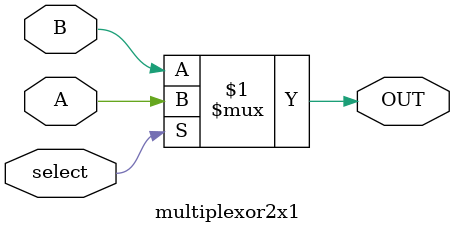
<source format=v>

module multiplexor2x1(A, B, select, OUT);
    input A, B, select;
    output OUT;
    
    assign OUT = select ? A:B;

endmodule
</source>
